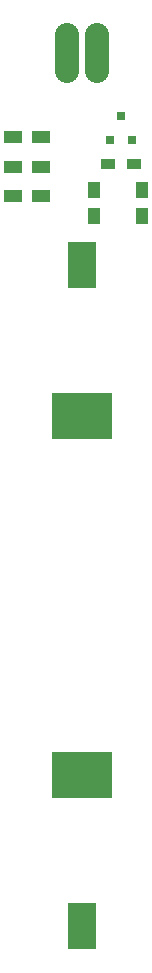
<source format=gbr>
G04 #@! TF.FileFunction,Paste,Top*
%FSLAX46Y46*%
G04 Gerber Fmt 4.6, Leading zero omitted, Abs format (unit mm)*
G04 Created by KiCad (PCBNEW 4.0.7) date 12/09/17 22:15:45*
%MOMM*%
%LPD*%
G01*
G04 APERTURE LIST*
%ADD10C,0.100000*%
%ADD11R,2.340000X3.960000*%
%ADD12R,5.080000X3.960000*%
%ADD13R,1.600000X1.000000*%
%ADD14R,1.100000X1.350000*%
%ADD15R,0.800100X0.800100*%
%ADD16R,1.200000X0.900000*%
%ADD17O,2.032000X5.080000*%
G04 APERTURE END LIST*
D10*
D11*
X161025000Y-72810000D03*
X161025000Y-128840000D03*
D12*
X161025000Y-85660000D03*
X161025000Y-115990000D03*
D13*
X157600000Y-62000000D03*
X157600000Y-64500000D03*
X157600000Y-67000000D03*
X155200000Y-62000000D03*
X155200000Y-64500000D03*
X155200000Y-67000000D03*
D14*
X162050000Y-68725000D03*
X166150000Y-68725000D03*
X166150000Y-66475000D03*
X162050000Y-66475000D03*
D15*
X163388000Y-62214760D03*
X165288000Y-62214760D03*
X164338000Y-60215780D03*
D16*
X165438000Y-64262000D03*
X163238000Y-64262000D03*
D17*
X159766000Y-54864000D03*
X162306000Y-54864000D03*
M02*

</source>
